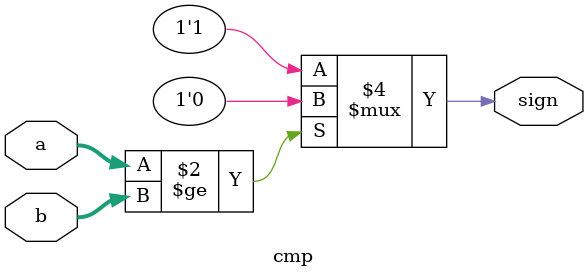
<source format=sv>
module cmp(
    input  logic [15:0] a,
    input  logic [15:0] b,
    output logic       sign
);
    always_comb begin
    if (a >= b) begin
        sign = 0;
    end else begin
        sign = 1;
    end
    end
endmodule

</source>
